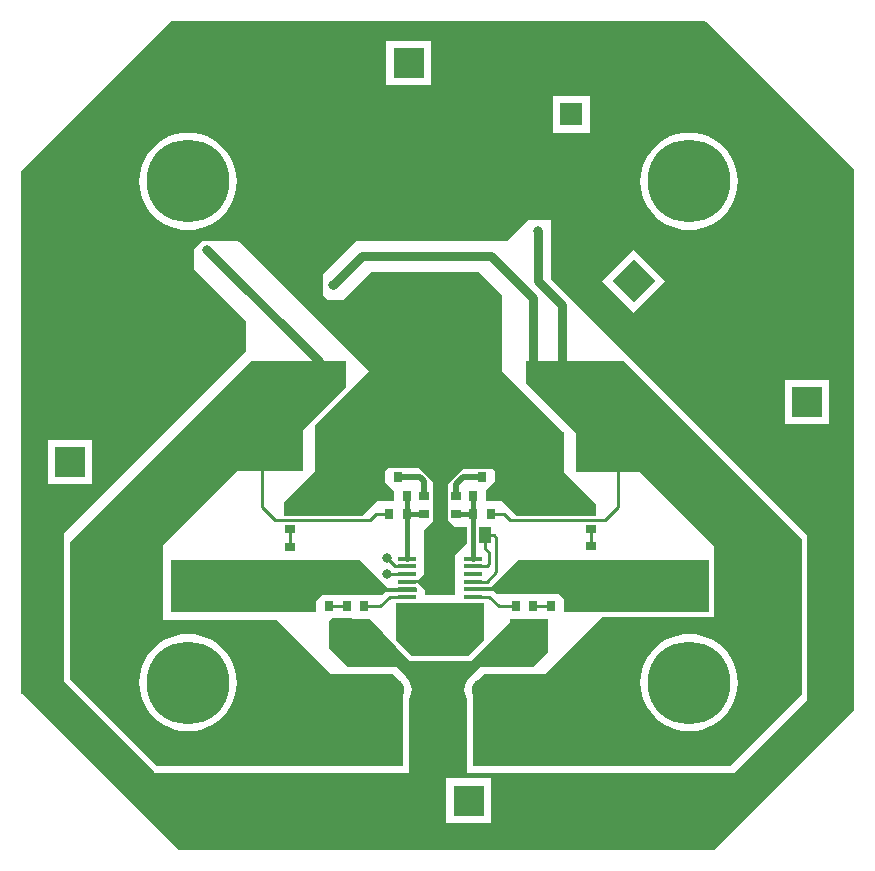
<source format=gbl>
G04*
G04 #@! TF.GenerationSoftware,Altium Limited,Altium Designer,18.1.6 (161)*
G04*
G04 Layer_Physical_Order=2*
G04 Layer_Color=16711680*
%FSLAX25Y25*%
%MOIN*%
G70*
G01*
G75*
%ADD13C,0.01000*%
%ADD45R,0.03937X0.05315*%
%ADD53C,0.01500*%
%ADD54C,0.02000*%
%ADD55C,0.03000*%
%ADD60C,0.27559*%
%ADD61C,0.07500*%
%ADD62R,0.07500X0.07500*%
%ADD63C,0.10000*%
%ADD64P,0.14142X4X90.0*%
%ADD65R,0.10000X0.10000*%
%ADD66R,0.10000X0.10000*%
%ADD67C,0.03150*%
%ADD68C,0.05000*%
%ADD69R,0.06299X0.01181*%
%ADD70R,0.09685X0.09095*%
%ADD71R,0.02756X0.03543*%
%ADD72R,0.15000X0.11024*%
%ADD73R,0.18110X0.09055*%
%ADD74R,0.20866X0.11024*%
%ADD75R,0.03386X0.03110*%
%ADD76R,0.03543X0.03150*%
%ADD77R,0.03150X0.03543*%
%ADD78R,0.03740X0.07087*%
%ADD79R,0.03110X0.03386*%
G36*
X262835Y307087D02*
X312402Y257520D01*
Y77362D01*
X265551Y30512D01*
X87205Y30512D01*
X34646Y83071D01*
X34646Y136024D01*
X34646D01*
Y256890D01*
X84843Y307087D01*
X262835Y307087D01*
D02*
G37*
%LPC*%
G36*
X171278Y300235D02*
X156478D01*
Y285435D01*
X171278D01*
Y300235D01*
D02*
G37*
G36*
X224260Y281937D02*
X211960D01*
Y269637D01*
X224260D01*
Y281937D01*
D02*
G37*
G36*
X90354Y269679D02*
X88238Y269540D01*
X86158Y269126D01*
X84149Y268445D01*
X82247Y267507D01*
X80484Y266328D01*
X78889Y264930D01*
X77491Y263335D01*
X76312Y261572D01*
X75374Y259669D01*
X74693Y257661D01*
X74279Y255581D01*
X74140Y253465D01*
X74279Y251348D01*
X74693Y249268D01*
X75374Y247260D01*
X76312Y245357D01*
X77491Y243594D01*
X78889Y241999D01*
X80484Y240601D01*
X82247Y239423D01*
X84149Y238485D01*
X86158Y237803D01*
X88238Y237389D01*
X90354Y237250D01*
X92471Y237389D01*
X94551Y237803D01*
X96559Y238485D01*
X98462Y239423D01*
X100225Y240601D01*
X101820Y241999D01*
X103218Y243594D01*
X104396Y245357D01*
X105334Y247260D01*
X106016Y249268D01*
X106430Y251348D01*
X106569Y253465D01*
X106430Y255581D01*
X106016Y257661D01*
X105334Y259669D01*
X104396Y261572D01*
X103218Y263335D01*
X101820Y264930D01*
X100225Y266328D01*
X98462Y267507D01*
X96559Y268445D01*
X94551Y269126D01*
X92471Y269540D01*
X90354Y269679D01*
D02*
G37*
G36*
X257402Y269679D02*
X255285Y269540D01*
X253205Y269126D01*
X251197Y268445D01*
X249294Y267507D01*
X247531Y266328D01*
X245936Y264930D01*
X244538Y263335D01*
X243360Y261572D01*
X242422Y259669D01*
X241740Y257661D01*
X241326Y255581D01*
X241187Y253465D01*
X241326Y251348D01*
X241740Y249268D01*
X242422Y247260D01*
X243360Y245357D01*
X244538Y243594D01*
X245936Y241999D01*
X247531Y240601D01*
X249294Y239423D01*
X251197Y238485D01*
X253205Y237803D01*
X255285Y237389D01*
X257402Y237250D01*
X259518Y237389D01*
X261598Y237803D01*
X263607Y238485D01*
X265509Y239423D01*
X267272Y240601D01*
X268867Y241999D01*
X270265Y243594D01*
X271444Y245357D01*
X272382Y247260D01*
X273063Y249268D01*
X273477Y251348D01*
X273616Y253465D01*
X273477Y255581D01*
X273063Y257661D01*
X272382Y259669D01*
X271444Y261572D01*
X270265Y263335D01*
X268867Y264930D01*
X267272Y266328D01*
X265509Y267507D01*
X263607Y268445D01*
X261598Y269126D01*
X259518Y269540D01*
X257402Y269679D01*
D02*
G37*
G36*
X211221Y240551D02*
X203642D01*
X196752Y233661D01*
X146653D01*
X135482Y222490D01*
Y215502D01*
X137008Y213976D01*
X142126D01*
X151378Y223228D01*
X187402D01*
X195079Y215551D01*
Y193701D01*
Y190354D01*
X215748Y169685D01*
X215748Y156693D01*
X226378Y146063D01*
X226378Y141929D01*
X200000Y141929D01*
X198031Y143898D01*
X195079Y146850D01*
X189764Y146850D01*
Y150394D01*
X192520Y153150D01*
X192717D01*
Y156693D01*
X191929Y157480D01*
X181890D01*
X177165Y152756D01*
Y140551D01*
X179724Y137992D01*
X183465D01*
Y132874D01*
X179331Y128740D01*
Y115551D01*
X169488D01*
Y116929D01*
X166929Y119488D01*
X160236D01*
Y120669D01*
X167323D01*
X169095Y122441D01*
Y137402D01*
X172047Y140354D01*
Y153347D01*
X167520Y157874D01*
X156890D01*
X156102Y157087D01*
Y153150D01*
X159055Y150197D01*
Y146850D01*
X153445Y146850D01*
X150295Y143701D01*
X148524Y141929D01*
X122441Y141929D01*
Y146457D01*
X132677Y156693D01*
Y172047D01*
X150738Y190108D01*
X107185Y233661D01*
X95079D01*
X92323Y230906D01*
Y224409D01*
X109843Y206890D01*
X109843Y197047D01*
X48819Y136024D01*
X49016D01*
Y86811D01*
X79527Y56299D01*
X164173D01*
X164173Y81247D01*
X164410Y81690D01*
X164762Y82850D01*
X164881Y84055D01*
X164762Y85261D01*
X164410Y86420D01*
X164173Y86863D01*
Y87303D01*
X163158Y88319D01*
X163071Y88425D01*
X162964Y88512D01*
X159744Y91732D01*
X143504Y91732D01*
X137205Y98032D01*
Y106890D01*
X138386Y108071D01*
X144882D01*
X145276Y107677D01*
X150984D01*
X164173Y93701D01*
X184646D01*
X197638Y106693D01*
Y107677D01*
X210433D01*
X210433Y96457D01*
X205709Y91732D01*
X187901D01*
X185474Y89305D01*
X185267Y89195D01*
X184331Y88426D01*
X183563Y87490D01*
X183452Y87283D01*
X183268Y87099D01*
Y86938D01*
X182992Y86421D01*
X182640Y85262D01*
X182521Y84056D01*
X182640Y82851D01*
X182992Y81691D01*
X183268Y81175D01*
Y56299D01*
X272441D01*
X296850Y80709D01*
X296850Y135433D01*
X211221Y221063D01*
Y240551D01*
D02*
G37*
G36*
X238945Y230575D02*
X228480Y220110D01*
X238945Y209645D01*
X249410Y220110D01*
X238945Y230575D01*
D02*
G37*
G36*
X304172Y187341D02*
X289372D01*
Y172541D01*
X304172D01*
Y187341D01*
D02*
G37*
G36*
X58384Y167341D02*
X43584D01*
Y152541D01*
X58384D01*
Y167341D01*
D02*
G37*
G36*
X191278Y54447D02*
X176478D01*
Y53543D01*
Y39647D01*
X191278D01*
Y54447D01*
D02*
G37*
%LPD*%
G36*
X295079Y134411D02*
X295079Y82495D01*
X271097Y58465D01*
X185236D01*
X185236Y85630D01*
X188978Y89371D01*
X209409D01*
X228306Y108268D01*
X265551D01*
Y132048D01*
X243269Y154331D01*
X243110D01*
X240945Y156496D01*
X219685D01*
Y169488D01*
X203150Y186024D01*
X203150Y193701D01*
X204552D01*
X204552Y193701D01*
X235789D01*
X295079Y134411D01*
D02*
G37*
G36*
X263976Y110039D02*
X215748D01*
Y114173D01*
X213976Y115945D01*
X193504Y115945D01*
X192520Y116929D01*
X182283Y116929D01*
Y118110D01*
X191339Y118110D01*
X200591Y127362D01*
X263976D01*
Y110039D01*
D02*
G37*
G36*
X147835Y127165D02*
X157087Y117913D01*
X166535Y117913D01*
Y116732D01*
X156299Y116732D01*
X155118Y115551D01*
X135039D01*
X133071Y113583D01*
X133071Y109843D01*
X84646D01*
Y127165D01*
X132677D01*
X147835Y127165D01*
D02*
G37*
G36*
X188976Y100591D02*
X183661Y95276D01*
X164961D01*
X159646Y100591D01*
X159646Y112992D01*
X188976Y112992D01*
X188976Y100591D01*
D02*
G37*
G36*
X142913Y184843D02*
X128740Y170669D01*
Y157087D01*
X106890D01*
X105512Y155709D01*
X81890Y132087D01*
Y107283D01*
X120079D01*
X137992Y89370D01*
X158661Y89370D01*
X162008Y86024D01*
X162008Y58465D01*
X80118D01*
X50984Y87598D01*
Y133071D01*
X111417Y193504D01*
X125000D01*
X125000Y193504D01*
X142913D01*
Y184843D01*
D02*
G37*
%LPC*%
G36*
X257402Y102632D02*
X255285Y102493D01*
X253205Y102079D01*
X251197Y101397D01*
X249294Y100459D01*
X247531Y99281D01*
X245936Y97882D01*
X244538Y96288D01*
X243360Y94524D01*
X242422Y92622D01*
X241740Y90614D01*
X241326Y88534D01*
X241187Y86417D01*
X241326Y84301D01*
X241740Y82221D01*
X242422Y80212D01*
X243360Y78310D01*
X244538Y76547D01*
X245936Y74952D01*
X247531Y73554D01*
X249294Y72375D01*
X251197Y71437D01*
X253205Y70756D01*
X255285Y70342D01*
X257402Y70203D01*
X259518Y70342D01*
X261598Y70756D01*
X263607Y71437D01*
X265509Y72375D01*
X267272Y73554D01*
X268867Y74952D01*
X270265Y76547D01*
X271444Y78310D01*
X272382Y80212D01*
X273063Y82221D01*
X273477Y84301D01*
X273616Y86417D01*
X273477Y88534D01*
X273063Y90614D01*
X272382Y92622D01*
X271444Y94524D01*
X270265Y96288D01*
X268867Y97882D01*
X267272Y99281D01*
X265509Y100459D01*
X263607Y101397D01*
X261598Y102079D01*
X259518Y102493D01*
X257402Y102632D01*
D02*
G37*
G36*
X90354D02*
X88238Y102493D01*
X86158Y102079D01*
X84149Y101397D01*
X82247Y100459D01*
X80484Y99281D01*
X78889Y97882D01*
X77491Y96288D01*
X76312Y94524D01*
X75374Y92622D01*
X74693Y90614D01*
X74279Y88534D01*
X74140Y86417D01*
X74279Y84301D01*
X74693Y82221D01*
X75374Y80212D01*
X76312Y78310D01*
X77491Y76547D01*
X78889Y74952D01*
X80484Y73554D01*
X82247Y72375D01*
X84149Y71437D01*
X86158Y70756D01*
X88238Y70342D01*
X90354Y70203D01*
X92471Y70342D01*
X94551Y70756D01*
X96559Y71437D01*
X98462Y72375D01*
X100225Y73554D01*
X101820Y74952D01*
X103218Y76547D01*
X104396Y78310D01*
X105334Y80212D01*
X106016Y82221D01*
X106430Y84301D01*
X106569Y86417D01*
X106430Y88534D01*
X106016Y90614D01*
X105334Y92622D01*
X104396Y94524D01*
X103218Y96288D01*
X101820Y97882D01*
X100225Y99281D01*
X98462Y100459D01*
X96559Y101397D01*
X94551Y102079D01*
X92471Y102493D01*
X90354Y102632D01*
D02*
G37*
%LPD*%
D13*
X153150Y142717D02*
X157480D01*
X150984Y140551D02*
X153150Y142717D01*
X119488Y140551D02*
X150984D01*
X115157Y144882D02*
X119488Y140551D01*
X115157Y144882D02*
Y160827D01*
X233661Y144882D02*
Y160827D01*
X229331Y140551D02*
X233661Y144882D01*
X197835Y140551D02*
X229331D01*
X195669Y142717D02*
X197835Y140551D01*
X191339Y142717D02*
X195669D01*
X224578Y131890D02*
Y137598D01*
X124213Y131693D02*
Y137598D01*
X159449Y125197D02*
X163386D01*
X156693Y127953D02*
X159449Y125197D01*
X156693Y122638D02*
X163386D01*
X193898Y111811D02*
X199606D01*
X190748Y114961D02*
X193898Y111811D01*
X185433Y114961D02*
X190748D01*
X149114Y111811D02*
X154527D01*
X157677Y114961D01*
X163386D01*
X205315Y111811D02*
X211221D01*
X137500Y111811D02*
X143405D01*
X189370Y135433D02*
X192323D01*
X193110Y134646D01*
Y123228D02*
Y134646D01*
X189961Y120079D02*
X193110Y123228D01*
X185433Y120079D02*
X189961D01*
X189370Y131102D02*
Y135433D01*
Y131102D02*
X190748Y129724D01*
Y125787D02*
Y129724D01*
X190157Y125197D02*
X190748Y125787D01*
X185433Y125197D02*
X190157D01*
D45*
X213779Y167126D02*
D03*
X221654D02*
D03*
X134646Y167717D02*
D03*
X126772D02*
D03*
X213779Y159252D02*
D03*
X221654D02*
D03*
X134646Y159843D02*
D03*
X126772D02*
D03*
X181496Y135433D02*
D03*
X189370D02*
D03*
D53*
X179724Y142626D02*
X179815Y142717D01*
X185433D01*
Y148630D02*
X185433Y148630D01*
X185433Y142717D02*
Y148630D01*
X163386Y142717D02*
Y148622D01*
X168996Y142717D02*
X169095Y142618D01*
X163386Y142717D02*
X168996D01*
X185433Y142717D02*
X185433Y142717D01*
X185433Y127756D02*
Y142717D01*
X163386Y127756D02*
Y142717D01*
D54*
X169095Y148721D02*
Y153543D01*
X167717Y154921D02*
X169095Y153543D01*
X160433Y154921D02*
X167717D01*
X179724Y148728D02*
Y152468D01*
X182087Y154831D01*
X188386D01*
D55*
X205413Y188091D02*
Y214469D01*
X191339Y228543D02*
X205413Y214469D01*
X148228Y228543D02*
X191339D01*
X138583Y218898D02*
X148228Y228543D01*
X185433Y189173D02*
Y194291D01*
X162205Y217520D02*
X185433Y194291D01*
X163465Y189173D02*
Y195787D01*
X157677Y201575D02*
X163465Y195787D01*
X133937Y189173D02*
Y193622D01*
X96850Y230709D02*
X133937Y193622D01*
X214961Y189173D02*
Y212205D01*
X206890Y220276D02*
X214961Y212205D01*
X206890Y220276D02*
Y236811D01*
D60*
X257402Y253465D02*
D03*
X90354Y253465D02*
D03*
X257402Y86417D02*
D03*
X90354D02*
D03*
D61*
X228110Y275787D02*
D03*
X188701Y84056D02*
D03*
X178701Y84056D02*
D03*
X158701Y84055D02*
D03*
X168701D02*
D03*
X198701Y84057D02*
D03*
D62*
X218110Y275787D02*
D03*
X148701Y84055D02*
D03*
D63*
X224803Y234252D02*
D03*
X183878Y292835D02*
D03*
X50984Y179941D02*
D03*
X296772Y159941D02*
D03*
X163878Y47047D02*
D03*
D64*
X238945Y220110D02*
D03*
D65*
X163878Y292835D02*
D03*
X183878Y47047D02*
D03*
D66*
X50984Y159941D02*
D03*
X296772Y179941D02*
D03*
D67*
X172244Y117913D02*
D03*
X176575D02*
D03*
X172244Y122244D02*
D03*
X176575D02*
D03*
X138583Y218898D02*
D03*
X162205Y217520D02*
D03*
X115748Y189961D02*
D03*
X157677Y201575D02*
D03*
X96850Y230709D02*
D03*
X206890Y236811D02*
D03*
X144095Y102362D02*
D03*
Y106102D02*
D03*
X140157Y102362D02*
D03*
Y106102D02*
D03*
X208465Y102165D02*
D03*
Y105905D02*
D03*
X204528Y102165D02*
D03*
Y105905D02*
D03*
X156693Y127953D02*
D03*
Y122638D02*
D03*
D68*
X167520Y98425D02*
D03*
Y105315D02*
D03*
X174213Y98425D02*
D03*
Y105315D02*
D03*
X181102Y98425D02*
D03*
Y105315D02*
D03*
X134843Y239567D02*
D03*
X89764Y215945D02*
D03*
D69*
X163386Y112402D02*
D03*
Y114961D02*
D03*
Y117520D02*
D03*
Y120079D02*
D03*
Y122638D02*
D03*
Y125197D02*
D03*
Y127756D02*
D03*
X185433Y112402D02*
D03*
Y114961D02*
D03*
Y117520D02*
D03*
Y120079D02*
D03*
Y122638D02*
D03*
Y125197D02*
D03*
Y127756D02*
D03*
D70*
X174409Y120079D02*
D03*
D71*
X205315Y111811D02*
D03*
X199606D02*
D03*
X149114Y111811D02*
D03*
X143405D02*
D03*
D72*
X208268Y149488D02*
D03*
Y121378D02*
D03*
X140551Y149291D02*
D03*
Y121181D02*
D03*
D73*
X133937Y189173D02*
D03*
X163465D02*
D03*
X214961D02*
D03*
X185433D02*
D03*
D74*
X253543Y120079D02*
D03*
Y159843D02*
D03*
X95079Y161221D02*
D03*
Y121457D02*
D03*
D75*
X224578Y125787D02*
D03*
Y131890D02*
D03*
X179724Y142626D02*
D03*
Y148728D02*
D03*
X124213Y125591D02*
D03*
Y131693D02*
D03*
X169095Y142618D02*
D03*
Y148721D02*
D03*
D76*
X224578Y143504D02*
D03*
Y137598D02*
D03*
X124213D02*
D03*
Y143504D02*
D03*
D77*
X185433Y142717D02*
D03*
X191339D02*
D03*
X157480Y142717D02*
D03*
X163386D02*
D03*
X191339Y148630D02*
D03*
X185433D02*
D03*
X157480Y148622D02*
D03*
X163386D02*
D03*
X194291Y154831D02*
D03*
X188386D02*
D03*
X154528Y154921D02*
D03*
X160433D02*
D03*
D78*
X199508Y104134D02*
D03*
X187106D02*
D03*
X161516D02*
D03*
X149114D02*
D03*
D79*
X217323Y111811D02*
D03*
X211221D02*
D03*
X137500Y111811D02*
D03*
X131398D02*
D03*
M02*

</source>
